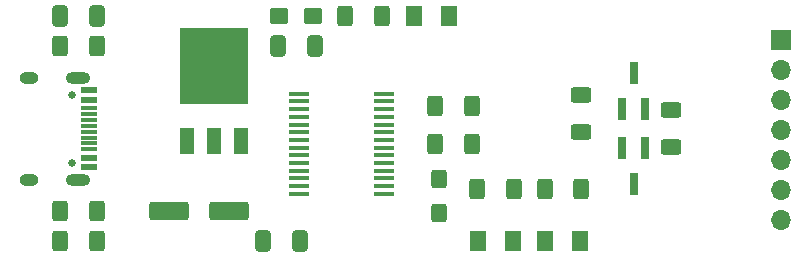
<source format=gbr>
%TF.GenerationSoftware,KiCad,Pcbnew,(6.0.8)*%
%TF.CreationDate,2022-11-25T19:56:48+01:00*%
%TF.ProjectId,esp32-cy7c65213-programmer,65737033-322d-4637-9937-633635323133,rev?*%
%TF.SameCoordinates,Original*%
%TF.FileFunction,Soldermask,Top*%
%TF.FilePolarity,Negative*%
%FSLAX46Y46*%
G04 Gerber Fmt 4.6, Leading zero omitted, Abs format (unit mm)*
G04 Created by KiCad (PCBNEW (6.0.8)) date 2022-11-25 19:56:48*
%MOMM*%
%LPD*%
G01*
G04 APERTURE LIST*
G04 Aperture macros list*
%AMRoundRect*
0 Rectangle with rounded corners*
0 $1 Rounding radius*
0 $2 $3 $4 $5 $6 $7 $8 $9 X,Y pos of 4 corners*
0 Add a 4 corners polygon primitive as box body*
4,1,4,$2,$3,$4,$5,$6,$7,$8,$9,$2,$3,0*
0 Add four circle primitives for the rounded corners*
1,1,$1+$1,$2,$3*
1,1,$1+$1,$4,$5*
1,1,$1+$1,$6,$7*
1,1,$1+$1,$8,$9*
0 Add four rect primitives between the rounded corners*
20,1,$1+$1,$2,$3,$4,$5,0*
20,1,$1+$1,$4,$5,$6,$7,0*
20,1,$1+$1,$6,$7,$8,$9,0*
20,1,$1+$1,$8,$9,$2,$3,0*%
G04 Aperture macros list end*
%ADD10RoundRect,0.250000X0.412500X0.650000X-0.412500X0.650000X-0.412500X-0.650000X0.412500X-0.650000X0*%
%ADD11R,0.800000X1.900000*%
%ADD12R,1.700000X1.700000*%
%ADD13O,1.700000X1.700000*%
%ADD14R,1.200000X2.200000*%
%ADD15R,5.800000X6.400000*%
%ADD16RoundRect,0.250000X1.412500X0.550000X-1.412500X0.550000X-1.412500X-0.550000X1.412500X-0.550000X0*%
%ADD17RoundRect,0.250000X-0.537500X-0.425000X0.537500X-0.425000X0.537500X0.425000X-0.537500X0.425000X0*%
%ADD18RoundRect,0.250000X-0.400000X-0.625000X0.400000X-0.625000X0.400000X0.625000X-0.400000X0.625000X0*%
%ADD19RoundRect,0.250000X-0.412500X-0.650000X0.412500X-0.650000X0.412500X0.650000X-0.412500X0.650000X0*%
%ADD20RoundRect,0.250000X0.400000X0.625000X-0.400000X0.625000X-0.400000X-0.625000X0.400000X-0.625000X0*%
%ADD21C,0.650000*%
%ADD22R,1.450000X0.600000*%
%ADD23R,1.450000X0.300000*%
%ADD24O,2.100000X1.000000*%
%ADD25O,1.600000X1.000000*%
%ADD26RoundRect,0.250001X0.462499X0.624999X-0.462499X0.624999X-0.462499X-0.624999X0.462499X-0.624999X0*%
%ADD27RoundRect,0.250000X0.625000X-0.400000X0.625000X0.400000X-0.625000X0.400000X-0.625000X-0.400000X0*%
%ADD28RoundRect,0.250000X0.425000X-0.537500X0.425000X0.537500X-0.425000X0.537500X-0.425000X-0.537500X0*%
%ADD29RoundRect,0.250001X-0.462499X-0.624999X0.462499X-0.624999X0.462499X0.624999X-0.462499X0.624999X0*%
%ADD30R,1.750000X0.450000*%
%ADD31RoundRect,0.250000X-0.625000X0.400000X-0.625000X-0.400000X0.625000X-0.400000X0.625000X0.400000X0*%
G04 APERTURE END LIST*
D10*
%TO.C,C4*%
X115862500Y-118110000D03*
X112737500Y-118110000D03*
%TD*%
D11*
%TO.C,Q2*%
X145095000Y-110260000D03*
X143195000Y-110260000D03*
X144145000Y-113260000D03*
%TD*%
D12*
%TO.C,J2*%
X156661000Y-101087000D03*
D13*
X156661000Y-103627000D03*
X156661000Y-106167000D03*
X156661000Y-108707000D03*
X156661000Y-111247000D03*
X156661000Y-113787000D03*
X156661000Y-116327000D03*
%TD*%
D14*
%TO.C,U1*%
X106305000Y-109610000D03*
X108585000Y-109610000D03*
D15*
X108585000Y-103310000D03*
D14*
X110865000Y-109610000D03*
%TD*%
D16*
%TO.C,C5*%
X109852500Y-115570000D03*
X104777500Y-115570000D03*
%TD*%
D17*
%TO.C,C3*%
X114132500Y-99060000D03*
X117007500Y-99060000D03*
%TD*%
D18*
%TO.C,R4*%
X127355000Y-106680000D03*
X130455000Y-106680000D03*
%TD*%
D19*
%TO.C,C2*%
X114007500Y-101600000D03*
X117132500Y-101600000D03*
%TD*%
D18*
%TO.C,R5*%
X127355000Y-109855000D03*
X130455000Y-109855000D03*
%TD*%
D20*
%TO.C,R8*%
X122835000Y-99060000D03*
X119735000Y-99060000D03*
%TD*%
D18*
%TO.C,R1*%
X95605000Y-101600000D03*
X98705000Y-101600000D03*
%TD*%
%TO.C,R6*%
X136600000Y-113665000D03*
X139700000Y-113665000D03*
%TD*%
D11*
%TO.C,Q1*%
X143195000Y-106910000D03*
X145095000Y-106910000D03*
X144145000Y-103910000D03*
%TD*%
D20*
%TO.C,R7*%
X133985000Y-113665000D03*
X130885000Y-113665000D03*
%TD*%
D18*
%TO.C,R3*%
X95605000Y-115570000D03*
X98705000Y-115570000D03*
%TD*%
D21*
%TO.C,J1*%
X96580000Y-111475000D03*
X96580000Y-105695000D03*
D22*
X98025000Y-105335000D03*
X98025000Y-106135000D03*
D23*
X98025000Y-107335000D03*
X98025000Y-108335000D03*
X98025000Y-108835000D03*
X98025000Y-109835000D03*
D22*
X98025000Y-111035000D03*
X98025000Y-111835000D03*
X98025000Y-111835000D03*
X98025000Y-111035000D03*
D23*
X98025000Y-110335000D03*
X98025000Y-109335000D03*
X98025000Y-107835000D03*
X98025000Y-106835000D03*
D22*
X98025000Y-106135000D03*
X98025000Y-105335000D03*
D24*
X97110000Y-112905000D03*
D25*
X92930000Y-112905000D03*
X92930000Y-104265000D03*
D24*
X97110000Y-104265000D03*
%TD*%
D26*
%TO.C,D1*%
X139637500Y-118110000D03*
X136662500Y-118110000D03*
%TD*%
D18*
%TO.C,R2*%
X95605000Y-118110000D03*
X98705000Y-118110000D03*
%TD*%
D19*
%TO.C,C1*%
X95592500Y-99060000D03*
X98717500Y-99060000D03*
%TD*%
D27*
%TO.C,R9*%
X147320000Y-110135000D03*
X147320000Y-107035000D03*
%TD*%
D28*
%TO.C,C6*%
X127635000Y-115737500D03*
X127635000Y-112862500D03*
%TD*%
D29*
%TO.C,D2*%
X130947500Y-118110000D03*
X133922500Y-118110000D03*
%TD*%
D30*
%TO.C,U2*%
X115780000Y-105630000D03*
X115780000Y-106280000D03*
X115780000Y-106930000D03*
X115780000Y-107580000D03*
X115780000Y-108230000D03*
X115780000Y-108880000D03*
X115780000Y-109530000D03*
X115780000Y-110180000D03*
X115780000Y-110830000D03*
X115780000Y-111480000D03*
X115780000Y-112130000D03*
X115780000Y-112780000D03*
X115780000Y-113430000D03*
X115780000Y-114080000D03*
X122980000Y-114080000D03*
X122980000Y-113430000D03*
X122980000Y-112780000D03*
X122980000Y-112130000D03*
X122980000Y-111480000D03*
X122980000Y-110830000D03*
X122980000Y-110180000D03*
X122980000Y-109530000D03*
X122980000Y-108880000D03*
X122980000Y-108230000D03*
X122980000Y-107580000D03*
X122980000Y-106930000D03*
X122980000Y-106280000D03*
X122980000Y-105630000D03*
%TD*%
D29*
%TO.C,D3*%
X125512500Y-99060000D03*
X128487500Y-99060000D03*
%TD*%
D31*
%TO.C,R10*%
X139700000Y-105765000D03*
X139700000Y-108865000D03*
%TD*%
M02*

</source>
